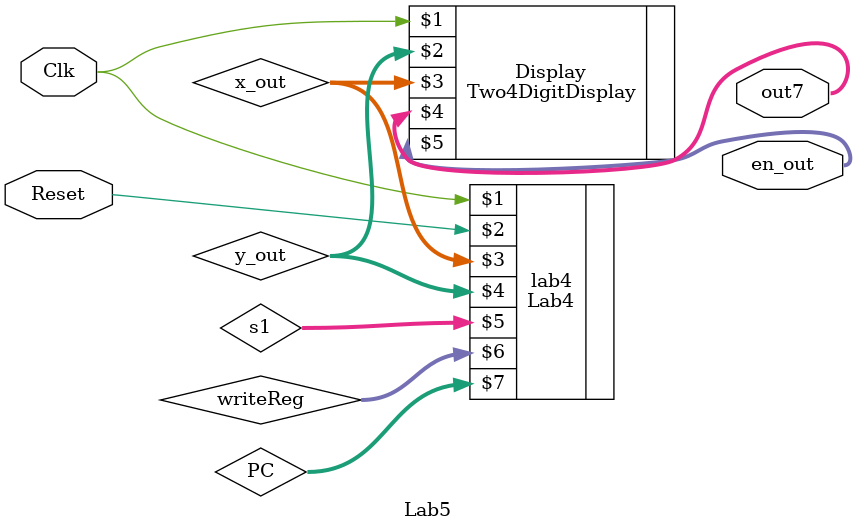
<source format=v>
`timescale 1ns / 1ps


module Lab5(Clk, Reset, out7, en_out);
    input Clk, Reset;
    wire [31:0] writeReg, PC, x_out, y_out, s1;
    output wire [6:0] out7;
    output wire [7:0] en_out;
    
    Lab4 lab4(Clk, Reset, x_out, y_out, s1, writeReg, PC);
    Two4DigitDisplay Display(Clk, y_out, x_out, out7, en_out);

endmodule

</source>
